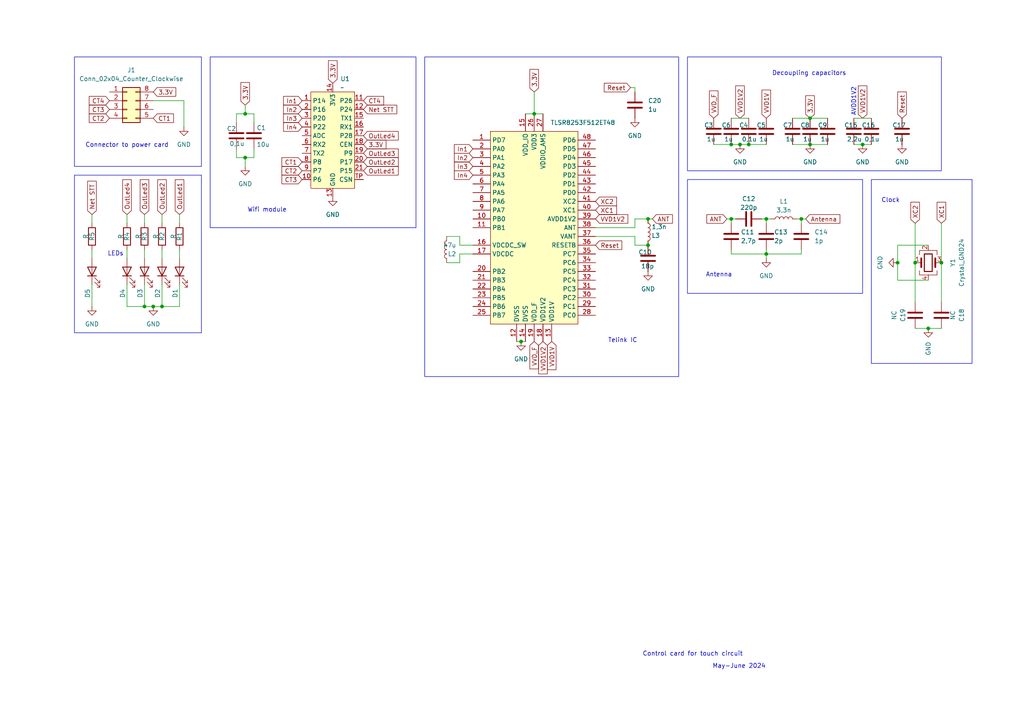
<source format=kicad_sch>
(kicad_sch (version 20231120) (generator "eeschema") (generator_version "8.0")
  (paper "A4")
  (lib_symbols
    (symbol "Connector_Generic:Conn_02x04_Counter_Clockwise" (pin_names (offset 1.016) hide)
      (property "Reference" "J" (at 1.27 5.08 0))
      (property "Value" "Conn_02x04_Counter_Clockwise" (at 1.27 -7.62 0))
      (symbol "Conn_02x04_Counter_Clockwise_1_1"
        (rectangle (start -1.27 -4.953) (end 0 -5.207) (stroke (width 0.1524)))
        (rectangle (start -1.27 -2.413) (end 0 -2.667) (stroke (width 0.1524)))
        (rectangle (start -1.27 0.127) (end 0 -0.127) (stroke (width 0.1524)))
        (rectangle (start -1.27 2.667) (end 0 2.413) (stroke (width 0.1524)))
        (rectangle (start -1.27 3.81) (end 3.81 -6.35) (stroke (width 0.254)) (fill (type background)))
        (rectangle (start 3.81 -4.953) (end 2.54 -5.207) (stroke (width 0.1524)))
        (rectangle (start 3.81 -2.413) (end 2.54 -2.667) (stroke (width 0.1524)))
        (rectangle (start 3.81 0.127) (end 2.54 -0.127) (stroke (width 0.1524)))
        (rectangle (start 3.81 2.667) (end 2.54 2.413) (stroke (width 0.1524)))
        (pin passive line (at -5.08 2.54 0) (length 3.81) (name "Pin_1") (number "1"))
        (pin passive line (at -5.08 0 0) (length 3.81) (name "Pin_2") (number "2"))
        (pin passive line (at -5.08 -2.54 0) (length 3.81) (name "Pin_3") (number "3"))
        (pin passive line (at -5.08 -5.08 0) (length 3.81) (name "Pin_4") (number "4"))
        (pin passive line (at 7.62 -5.08 180) (length 3.81) (name "Pin_5") (number "5"))
        (pin passive line (at 7.62 -2.54 180) (length 3.81) (name "Pin_6") (number "6"))
        (pin passive line (at 7.62 0 180) (length 3.81) (name "Pin_7") (number "7"))
        (pin passive line (at 7.62 2.54 180) (length 3.81) (name "Pin_8") (number "8"))
      )
    )
    (symbol "Device:C" (pin_numbers hide) (pin_names (offset 0.254))
      (property "Reference" "C" (at 0.635 2.54 0))
      (property "Value" "C" (at 0.635 -2.54 0))
      (symbol "C_0_1"
        (polyline (pts (xy -2.032 -0.762) (xy 2.032 -0.762)) (stroke (width 0.508)))
        (polyline (pts (xy -2.032 0.762) (xy 2.032 0.762)) (stroke (width 0.508)))
      )
      (symbol "C_1_1"
        (pin passive line (at 0 3.81 270) (length 2.794) (name "~") (number "1"))
        (pin passive line (at 0 -3.81 90) (length 2.794) (name "~") (number "2"))
      )
    )
    (symbol "Device:Crystal_GND24" (pin_names (offset 1.016) hide)
      (property "Reference" "Y" (at 3.175 5.08 0))
      (property "Value" "Crystal_GND24" (at 3.175 3.175 0))
      (symbol "Crystal_GND24_0_1"
        (rectangle (start -1.143 2.54) (end 1.143 -2.54) (stroke (width 0.3048)))
        (polyline (pts (xy -2.54 0) (xy -2.032 0)))
        (polyline (pts (xy -2.032 -1.27) (xy -2.032 1.27)) (stroke (width 0.508)))
        (polyline (pts (xy 0 -3.81) (xy 0 -3.556)))
        (polyline (pts (xy 0 3.556) (xy 0 3.81)))
        (polyline (pts (xy 2.032 -1.27) (xy 2.032 1.27)) (stroke (width 0.508)))
        (polyline (pts (xy 2.032 0) (xy 2.54 0)))
        (polyline (pts (xy -2.54 -2.286) (xy -2.54 -3.556) (xy 2.54 -3.556) (xy 2.54 -2.286)))
        (polyline (pts (xy -2.54 2.286) (xy -2.54 3.556) (xy 2.54 3.556) (xy 2.54 2.286)))
      )
      (symbol "Crystal_GND24_1_1"
        (pin passive line (at -3.81 0 0) (length 1.27) (name "1") (number "1"))
        (pin passive line (at 0 5.08 270) (length 1.27) (name "2") (number "2"))
        (pin passive line (at 3.81 0 180) (length 1.27) (name "3") (number "3"))
        (pin passive line (at 0 -5.08 90) (length 1.27) (name "4") (number "4"))
      )
    )
    (symbol "Device:L" (pin_numbers hide) (pin_names (offset 1.016) hide)
      (property "Reference" "L" (at -1.27 0 90))
      (property "Value" "L" (at 1.905 0 90))
      (symbol "L_0_1"
        (arc (start 0 -2.54) (mid 0.6323 -1.905) (end 0 -1.27))
        (arc (start 0 -1.27) (mid 0.6323 -0.635) (end 0 0))
        (arc (start 0 0) (mid 0.6323 0.635) (end 0 1.27))
        (arc (start 0 1.27) (mid 0.6323 1.905) (end 0 2.54))
      )
      (symbol "L_1_1"
        (pin passive line (at 0 3.81 270) (length 1.27) (name "1") (number "1"))
        (pin passive line (at 0 -3.81 90) (length 1.27) (name "2") (number "2"))
      )
    )
    (symbol "Device:LED" (pin_numbers hide) (pin_names (offset 1.016) hide)
      (property "Reference" "D" (at 0 2.54 0))
      (property "Value" "LED" (at 0 -2.54 0))
      (symbol "LED_0_1"
        (polyline (pts (xy -1.27 -1.27) (xy -1.27 1.27)) (stroke (width 0.254)))
        (polyline (pts (xy -1.27 0) (xy 1.27 0)))
        (polyline (pts (xy 1.27 -1.27) (xy 1.27 1.27) (xy -1.27 0) (xy 1.27 -1.27)) (stroke (width 0.254)))
        (polyline (pts (xy -3.048 -0.762) (xy -4.572 -2.286) (xy -3.81 -2.286) (xy -4.572 -2.286) (xy -4.572 -1.524)))
        (polyline (pts (xy -1.778 -0.762) (xy -3.302 -2.286) (xy -2.54 -2.286) (xy -3.302 -2.286) (xy -3.302 -1.524)))
      )
      (symbol "LED_1_1"
        (pin passive line (at -3.81 0 0) (length 2.54) (name "K") (number "1"))
        (pin passive line (at 3.81 0 180) (length 2.54) (name "A") (number "2"))
      )
    )
    (symbol "Device:R" (pin_numbers hide) (pin_names (offset 0))
      (property "Reference" "R" (at 2.032 0 90))
      (property "Value" "R" (at 0 0 90))
      (symbol "R_0_1"
        (rectangle (start -1.016 -2.54) (end 1.016 2.54) (stroke (width 0.254)))
      )
      (symbol "R_1_1"
        (pin passive line (at 0 3.81 270) (length 1.27) (name "~") (number "1"))
        (pin passive line (at 0 -3.81 90) (length 1.27) (name "~") (number "2"))
      )
    )
    (symbol "Touch_Switch_Custom:BK7231N"
      (property "Reference" "U" (at 0 8.382 0))
      (symbol "BK7231N_1_1"
        (rectangle (start -6.35 -1.27) (end 6.35 -29.21) (fill (type background)))
        (pin bidirectional line (at -8.89 -3.81 0) (length 2.54) (name "P14") (number "1"))
        (pin bidirectional line (at -8.89 -26.67 0) (length 2.54) (name "P6") (number "10"))
        (pin bidirectional line (at 8.89 -3.81 180) (length 2.54) (name "P26") (number "11"))
        (pin bidirectional line (at 8.89 -6.35 180) (length 2.54) (name "P24") (number "12"))
        (pin input line (at 0 -31.75 90) (length 2.54) (name "GND") (number "13"))
        (pin input line (at 0 1.27 270) (length 2.54) (name "3V3") (number "14"))
        (pin bidirectional line (at 8.89 -8.89 180) (length 2.54) (name "TX1") (number "15"))
        (pin bidirectional line (at 8.89 -11.43 180) (length 2.54) (name "RX1") (number "16"))
        (pin bidirectional line (at 8.89 -13.97 180) (length 2.54) (name "P28") (number "17"))
        (pin bidirectional line (at 8.89 -16.51 180) (length 2.54) (name "CEN") (number "18"))
        (pin bidirectional line (at 8.89 -19.05 180) (length 2.54) (name "P9") (number "19"))
        (pin bidirectional line (at -8.89 -6.35 0) (length 2.54) (name "P16") (number "2"))
        (pin bidirectional line (at 8.89 -21.59 180) (length 2.54) (name "P17") (number "20"))
        (pin bidirectional line (at 8.89 -24.13 180) (length 2.54) (name "P15") (number "21"))
        (pin bidirectional line (at -8.89 -8.89 0) (length 2.54) (name "P20") (number "3"))
        (pin bidirectional line (at -8.89 -11.43 0) (length 2.54) (name "P22") (number "4"))
        (pin bidirectional line (at -8.89 -13.97 0) (length 2.54) (name "ADC") (number "5"))
        (pin bidirectional line (at -8.89 -16.51 0) (length 2.54) (name "RX2") (number "6"))
        (pin bidirectional line (at -8.89 -19.05 0) (length 2.54) (name "TX2") (number "7"))
        (pin bidirectional line (at -8.89 -21.59 0) (length 2.54) (name "P8") (number "8"))
        (pin bidirectional line (at -8.89 -24.13 0) (length 2.54) (name "P7") (number "9"))
        (pin bidirectional line (at 8.89 -26.67 180) (length 2.54) (name "CSN") (number "TP"))
      )
    )
    (symbol "Touch_Switch_Custom:TLSR8253F512ET48"
      (property "Reference" "IC" (at -9.398 21.336 0))
      (property "Value" "TLSR8253F512ET48" (at -9.398 18.796 0))
      (symbol "TLSR8253F512ET48_1_1"
        (rectangle (start -12.7 0) (end 12.7 -55.88) (fill (type background)))
        (pin passive line (at -17.78 -2.54 0) (length 5.08) (name "PD7") (number "1"))
        (pin passive line (at -17.78 -25.4 0) (length 5.08) (name "PB0") (number "10"))
        (pin passive line (at -17.78 -27.94 0) (length 5.08) (name "PB1") (number "11"))
        (pin passive line (at -5.08 -60.96 90) (length 5.08) (name "DVSS") (number "12"))
        (pin passive line (at 5.08 -60.96 90) (length 5.08) (name "VDD1V") (number "13"))
        (pin passive line (at -2.54 -60.96 90) (length 5.08) (name "DVSS") (number "14"))
        (pin passive line (at -2.54 5.08 270) (length 5.08) (name "VDD_IO") (number "15"))
        (pin passive line (at -17.78 -33.02 0) (length 5.08) (name "VDCDC_SW") (number "16"))
        (pin passive line (at -17.78 -35.56 0) (length 5.08) (name "VDCDC") (number "17"))
        (pin passive line (at 2.54 -60.96 90) (length 5.08) (name "VDD1V2") (number "18"))
        (pin passive line (at 0 -60.96 90) (length 5.08) (name "VDD_F") (number "19"))
        (pin passive line (at -17.78 -5.08 0) (length 5.08) (name "PA0") (number "2"))
        (pin passive line (at -17.78 -40.64 0) (length 5.08) (name "PB2") (number "20"))
        (pin passive line (at -17.78 -43.18 0) (length 5.08) (name "PB3") (number "21"))
        (pin passive line (at -17.78 -45.72 0) (length 5.08) (name "PB4") (number "22"))
        (pin passive line (at -17.78 -48.26 0) (length 5.08) (name "PB5") (number "23"))
        (pin passive line (at -17.78 -50.8 0) (length 5.08) (name "PB6") (number "24"))
        (pin passive line (at -17.78 -53.34 0) (length 5.08) (name "PB7") (number "25"))
        (pin passive line (at 0 5.08 270) (length 5.08) (name "VDD3") (number "26"))
        (pin passive line (at 2.54 5.08 270) (length 5.08) (name "VDDIO_AMS") (number "27"))
        (pin passive line (at 17.78 -53.34 180) (length 5.08) (name "PC0") (number "28"))
        (pin passive line (at 17.78 -50.8 180) (length 5.08) (name "PC1") (number "29"))
        (pin passive line (at -17.78 -7.62 0) (length 5.08) (name "PA1") (number "3"))
        (pin passive line (at 17.78 -48.26 180) (length 5.08) (name "PC2") (number "30"))
        (pin passive line (at 17.78 -45.72 180) (length 5.08) (name "PC3") (number "31"))
        (pin passive line (at 17.78 -43.18 180) (length 5.08) (name "PC4") (number "32"))
        (pin passive line (at 17.78 -40.64 180) (length 5.08) (name "PC5") (number "33"))
        (pin passive line (at 17.78 -38.1 180) (length 5.08) (name "PC6") (number "34"))
        (pin passive line (at 17.78 -35.56 180) (length 5.08) (name "PC7") (number "35"))
        (pin passive line (at 17.78 -33.02 180) (length 5.08) (name "RESETB") (number "36"))
        (pin passive line (at 17.78 -30.48 180) (length 5.08) (name "VANT") (number "37"))
        (pin passive line (at 17.78 -27.94 180) (length 5.08) (name "ANT") (number "38"))
        (pin passive line (at 17.78 -25.4 180) (length 5.08) (name "AVDD1V2") (number "39"))
        (pin passive line (at -17.78 -10.16 0) (length 5.08) (name "PA2") (number "4"))
        (pin passive line (at 17.78 -22.86 180) (length 5.08) (name "XC1") (number "40"))
        (pin passive line (at 17.78 -20.32 180) (length 5.08) (name "XC2") (number "41"))
        (pin passive line (at 17.78 -17.78 180) (length 5.08) (name "PD0") (number "42"))
        (pin passive line (at 17.78 -15.24 180) (length 5.08) (name "PD1") (number "43"))
        (pin passive line (at 17.78 -12.7 180) (length 5.08) (name "PD2") (number "44"))
        (pin passive line (at 17.78 -10.16 180) (length 5.08) (name "PD3") (number "45"))
        (pin passive line (at 17.78 -7.62 180) (length 5.08) (name "PD4") (number "46"))
        (pin passive line (at 17.78 -5.08 180) (length 5.08) (name "PD5") (number "47"))
        (pin passive line (at 17.78 -2.54 180) (length 5.08) (name "PD6") (number "48"))
        (pin passive line (at -17.78 -12.7 0) (length 5.08) (name "PA3") (number "5"))
        (pin passive line (at -17.78 -15.24 0) (length 5.08) (name "PA4") (number "6"))
        (pin passive line (at -17.78 -17.78 0) (length 5.08) (name "PA5") (number "7"))
        (pin passive line (at -17.78 -20.32 0) (length 5.08) (name "PA6") (number "8"))
        (pin passive line (at -17.78 -22.86 0) (length 5.08) (name "PA7") (number "9"))
      )
    )
    (symbol "power:GND" (power) (pin_numbers hide) (pin_names (offset 0) hide)
      (property "Value" "GND" (at 0 -3.81 0))
      (symbol "GND_0_1"
        (polyline (pts (xy 0 0) (xy 0 -1.27) (xy 1.27 -1.27) (xy 0 -2.54) (xy -1.27 -1.27) (xy 0 -1.27)))
      )
      (symbol "GND_1_1"
        (pin power_in line (at 0 0 270) (length 0) (name "~") (number "1"))
      )
    )
  )
  (junction (at 273.05 76.2))
  (junction (at 212.09 63.5))
  (junction (at 151.13 99.06))
  (junction (at 41.91 88.9))
  (junction (at 260.35 76.2))
  (junction (at 234.95 34.29))
  (junction (at 71.12 33.02))
  (junction (at 46.99 88.9))
  (junction (at 222.25 63.5))
  (junction (at 187.96 63.5))
  (junction (at 214.63 41.91))
  (junction (at 212.09 41.91))
  (junction (at 217.17 41.91))
  (junction (at 71.12 45.72))
  (junction (at 234.95 41.91))
  (junction (at 222.25 73.66))
  (junction (at 232.41 63.5))
  (junction (at 269.24 95.25))
  (junction (at 250.19 41.91))
  (junction (at 154.94 33.02))
  (junction (at 44.45 88.9))
  (junction (at 265.43 76.2))
  (junction (at 187.96 71.12))
  (wire (pts (xy 71.12 45.72) (xy 71.12 48.26)))
  (wire (pts (xy 212.09 63.5) (xy 212.09 64.77)))
  (wire (pts (xy 41.91 88.9) (xy 44.45 88.9)))
  (wire (pts (xy 260.35 81.28) (xy 260.35 76.2)))
  (wire (pts (xy 207.01 41.91) (xy 212.09 41.91)))
  (wire (pts (xy 232.41 63.5) (xy 232.41 64.77)))
  (wire (pts (xy 41.91 82.55) (xy 41.91 88.9)))
  (wire (pts (xy 46.99 72.39) (xy 46.99 74.93)))
  (wire (pts (xy 36.83 82.55) (xy 36.83 88.9)))
  (wire (pts (xy 154.94 33.02) (xy 157.48 33.02)))
  (wire (pts (xy 26.67 72.39) (xy 26.67 74.93)))
  (wire (pts (xy 151.13 99.06) (xy 152.4 99.06)))
  (wire (pts (xy 212.09 41.91) (xy 214.63 41.91)))
  (wire (pts (xy 250.19 41.91) (xy 252.73 41.91)))
  (wire (pts (xy 220.98 63.5) (xy 222.25 63.5)))
  (wire (pts (xy 217.17 41.91) (xy 222.25 41.91)))
  (wire (pts (xy 212.09 63.5) (xy 213.36 63.5)))
  (wire (pts (xy 232.41 73.66) (xy 232.41 72.39)))
  (wire (pts (xy 231.14 63.5) (xy 232.41 63.5)))
  (wire (pts (xy 222.25 73.66) (xy 222.25 72.39)))
  (wire (pts (xy 172.72 68.58) (xy 184.15 68.58)))
  (wire (pts (xy 68.58 43.18) (xy 68.58 45.72)))
  (wire (pts (xy 232.41 73.66) (xy 222.25 73.66)))
  (wire (pts (xy 269.24 81.28) (xy 260.35 81.28)))
  (wire (pts (xy 46.99 88.9) (xy 52.07 88.9)))
  (wire (pts (xy 71.12 45.72) (xy 73.66 45.72)))
  (wire (pts (xy 212.09 34.29) (xy 217.17 34.29)))
  (wire (pts (xy 229.87 34.29) (xy 234.95 34.29)))
  (wire (pts (xy 184.15 66.04) (xy 184.15 63.5)))
  (wire (pts (xy 184.15 63.5) (xy 187.96 63.5)))
  (wire (pts (xy 265.43 76.2) (xy 265.43 87.63)))
  (wire (pts (xy 73.66 35.56) (xy 73.66 33.02)))
  (wire (pts (xy 222.25 73.66) (xy 222.25 74.93)))
  (wire (pts (xy 41.91 72.39) (xy 41.91 74.93)))
  (wire (pts (xy 44.45 29.21) (xy 53.34 29.21)))
  (wire (pts (xy 247.65 41.91) (xy 250.19 41.91)))
  (wire (pts (xy 133.35 68.58) (xy 129.54 68.58)))
  (wire (pts (xy 273.05 64.77) (xy 273.05 76.2)))
  (wire (pts (xy 71.12 30.48) (xy 71.12 33.02)))
  (wire (pts (xy 269.24 71.12) (xy 260.35 71.12)))
  (wire (pts (xy 36.83 72.39) (xy 36.83 74.93)))
  (wire (pts (xy 172.72 66.04) (xy 184.15 66.04)))
  (wire (pts (xy 71.12 33.02) (xy 68.58 33.02)))
  (wire (pts (xy 184.15 25.4) (xy 184.15 26.67)))
  (wire (pts (xy 73.66 33.02) (xy 71.12 33.02)))
  (wire (pts (xy 41.91 62.23) (xy 41.91 64.77)))
  (wire (pts (xy 222.25 63.5) (xy 222.25 64.77)))
  (wire (pts (xy 53.34 29.21) (xy 53.34 36.83)))
  (wire (pts (xy 260.35 71.12) (xy 260.35 76.2)))
  (wire (pts (xy 133.35 73.66) (xy 133.35 76.2)))
  (wire (pts (xy 273.05 95.25) (xy 269.24 95.25)))
  (wire (pts (xy 52.07 72.39) (xy 52.07 74.93)))
  (wire (pts (xy 273.05 76.2) (xy 273.05 87.63)))
  (wire (pts (xy 149.86 99.06) (xy 151.13 99.06)))
  (wire (pts (xy 222.25 63.5) (xy 223.52 63.5)))
  (wire (pts (xy 184.15 71.12) (xy 187.96 71.12)))
  (wire (pts (xy 189.23 63.5) (xy 187.96 63.5)))
  (wire (pts (xy 36.83 62.23) (xy 36.83 64.77)))
  (wire (pts (xy 184.15 68.58) (xy 184.15 71.12)))
  (wire (pts (xy 133.35 76.2) (xy 129.54 76.2)))
  (wire (pts (xy 36.83 88.9) (xy 41.91 88.9)))
  (wire (pts (xy 44.45 88.9) (xy 46.99 88.9)))
  (wire (pts (xy 210.82 63.5) (xy 212.09 63.5)))
  (wire (pts (xy 182.88 25.4) (xy 184.15 25.4)))
  (wire (pts (xy 229.87 41.91) (xy 234.95 41.91)))
  (wire (pts (xy 68.58 33.02) (xy 68.58 35.56)))
  (wire (pts (xy 247.65 34.29) (xy 252.73 34.29)))
  (wire (pts (xy 26.67 62.23) (xy 26.67 64.77)))
  (wire (pts (xy 46.99 62.23) (xy 46.99 64.77)))
  (wire (pts (xy 26.67 82.55) (xy 26.67 88.9)))
  (wire (pts (xy 46.99 82.55) (xy 46.99 88.9)))
  (wire (pts (xy 73.66 45.72) (xy 73.66 43.18)))
  (wire (pts (xy 234.95 34.29) (xy 240.03 34.29)))
  (wire (pts (xy 269.24 95.25) (xy 265.43 95.25)))
  (wire (pts (xy 152.4 33.02) (xy 154.94 33.02)))
  (wire (pts (xy 52.07 62.23) (xy 52.07 64.77)))
  (wire (pts (xy 52.07 88.9) (xy 52.07 82.55)))
  (wire (pts (xy 265.43 64.77) (xy 265.43 76.2)))
  (wire (pts (xy 212.09 73.66) (xy 222.25 73.66)))
  (wire (pts (xy 68.58 45.72) (xy 71.12 45.72)))
  (wire (pts (xy 234.95 41.91) (xy 240.03 41.91)))
  (wire (pts (xy 137.16 73.66) (xy 133.35 73.66)))
  (wire (pts (xy 212.09 72.39) (xy 212.09 73.66)))
  (wire (pts (xy 232.41 63.5) (xy 233.68 63.5)))
  (wire (pts (xy 154.94 26.67) (xy 154.94 33.02)))
  (wire (pts (xy 133.35 71.12) (xy 133.35 68.58)))
  (wire (pts (xy 214.63 41.91) (xy 217.17 41.91)))
  (wire (pts (xy 137.16 71.12) (xy 133.35 71.12)))
  (rectangle (start 252.73 52.07) (end 281.94 105.41))
  (rectangle (start 21.59 50.8) (end 58.42 96.52))
  (rectangle (start 199.39 16.51) (end 273.05 49.53))
  (rectangle (start 123.19 16.51) (end 196.85 109.22))
  (rectangle (start 60.96 16.51) (end 120.65 66.04))
  (rectangle (start 21.59 16.51) (end 58.42 48.26))
  (rectangle (start 199.39 52.07) (end 250.19 85.09))
  (text "Connector to power card" (at 36.83 42.164 0) (effects (font (size 1.27 1.27))))
  (text "Wifi module" (at 77.47 60.96 0) (effects (font (size 1.27 1.27))))
  (text "LEDs" (at 33.528 73.66 0) (effects (font (size 1.27 1.27))))
  (text "Decoupling capacitors" (at 234.696 21.336 0) (effects (font (size 1.27 1.27))))
  (text "May-June 2024" (at 214.376 193.294 0) (effects (font (size 1.27 1.27))))
  (text "Control card for touch circuit" (at 200.914 189.738 0) (effects (font (size 1.27 1.27))))
  (text "Antenna" (at 208.534 79.756 0) (effects (font (size 1.27 1.27))))
  (text "Telink IC" (at 180.594 98.806 0) (effects (font (size 1.27 1.27))))
  (text "Clock" (at 258.318 58.166 0) (effects (font (size 1.27 1.27))))
  (text "AVDD1V2" (at 247.65 29.464 90) (effects (font (size 1.27 1.27))))
  (global_label "OutLed4" (shape input) (at 105.41 39.37 0) (property "Intersheetrefs" "${INTERSHEET_REFS}" (effects (hide yes))))
  (global_label "3.3V" (shape input) (at 71.12 30.48 90) (property "Intersheetrefs" "${INTERSHEET_REFS}" (effects (hide yes))))
  (global_label "XC2" (shape input) (at 265.43 64.77 90) (property "Intersheetrefs" "${INTERSHEET_REFS}" (effects (hide yes))))
  (global_label "CT3" (shape input) (at 31.75 31.75 180) (property "Intersheetrefs" "${INTERSHEET_REFS}" (effects (hide yes))))
  (global_label "Net STT" (shape input) (at 105.41 31.75 0) (property "Intersheetrefs" "${INTERSHEET_REFS}" (effects (hide yes))))
  (global_label "OutLed4" (shape input) (at 36.83 62.23 90) (property "Intersheetrefs" "${INTERSHEET_REFS}" (effects (hide yes))))
  (global_label "ANT" (shape input) (at 210.82 63.5 180) (property "Intersheetrefs" "${INTERSHEET_REFS}" (effects (hide yes))))
  (global_label "OutLed1" (shape input) (at 105.41 49.53 0) (property "Intersheetrefs" "${INTERSHEET_REFS}" (effects (hide yes))))
  (global_label "In1" (shape input) (at 137.16 43.18 180) (property "Intersheetrefs" "${INTERSHEET_REFS}" (effects (hide yes))))
  (global_label "OutLed2" (shape input) (at 46.99 62.23 90) (property "Intersheetrefs" "${INTERSHEET_REFS}" (effects (hide yes))))
  (global_label "CT4" (shape input) (at 105.41 29.21 0) (property "Intersheetrefs" "${INTERSHEET_REFS}" (effects (hide yes))))
  (global_label "In3" (shape input) (at 137.16 48.26 180) (property "Intersheetrefs" "${INTERSHEET_REFS}" (effects (hide yes))))
  (global_label "OutLed3" (shape input) (at 41.91 62.23 90) (property "Intersheetrefs" "${INTERSHEET_REFS}" (effects (hide yes))))
  (global_label "VVD1V2" (shape input) (at 214.63 34.29 90) (property "Intersheetrefs" "${INTERSHEET_REFS}" (effects (hide yes))))
  (global_label "Antenna" (shape input) (at 233.68 63.5 0) (property "Intersheetrefs" "${INTERSHEET_REFS}" (effects (hide yes))))
  (global_label "VVD1V2" (shape input) (at 250.19 34.29 90) (property "Intersheetrefs" "${INTERSHEET_REFS}" (effects (hide yes))))
  (global_label "In1" (shape input) (at 87.63 29.21 180) (property "Intersheetrefs" "${INTERSHEET_REFS}" (effects (hide yes))))
  (global_label "In4" (shape input) (at 137.16 50.8 180) (property "Intersheetrefs" "${INTERSHEET_REFS}" (effects (hide yes))))
  (global_label "In4" (shape input) (at 87.63 36.83 180) (property "Intersheetrefs" "${INTERSHEET_REFS}" (effects (hide yes))))
  (global_label "XC1" (shape input) (at 172.72 60.96 0) (property "Intersheetrefs" "${INTERSHEET_REFS}" (effects (hide yes))))
  (global_label "3.3V" (shape input) (at 234.95 34.29 90) (property "Intersheetrefs" "${INTERSHEET_REFS}" (effects (hide yes))))
  (global_label "VVD_F" (shape input) (at 154.94 99.06 270) (property "Intersheetrefs" "${INTERSHEET_REFS}" (effects (hide yes))))
  (global_label "CT2" (shape input) (at 87.63 49.53 180) (property "Intersheetrefs" "${INTERSHEET_REFS}" (effects (hide yes))))
  (global_label "Reset" (shape input) (at 172.72 71.12 0) (property "Intersheetrefs" "${INTERSHEET_REFS}" (effects (hide yes))))
  (global_label "CT4" (shape input) (at 31.75 29.21 180) (property "Intersheetrefs" "${INTERSHEET_REFS}" (effects (hide yes))))
  (global_label "OutLed2" (shape input) (at 105.41 46.99 0) (property "Intersheetrefs" "${INTERSHEET_REFS}" (effects (hide yes))))
  (global_label "In2" (shape input) (at 87.63 31.75 180) (property "Intersheetrefs" "${INTERSHEET_REFS}" (effects (hide yes))))
  (global_label "CT1" (shape input) (at 44.45 34.29 0) (property "Intersheetrefs" "${INTERSHEET_REFS}" (effects (hide yes))))
  (global_label "VVD1V2" (shape input) (at 172.72 63.5 0) (property "Intersheetrefs" "${INTERSHEET_REFS}" (effects (hide yes))))
  (global_label "Net STT" (shape input) (at 26.67 62.23 90) (property "Intersheetrefs" "${INTERSHEET_REFS}" (effects (hide yes))))
  (global_label "CT2" (shape input) (at 31.75 34.29 180) (property "Intersheetrefs" "${INTERSHEET_REFS}" (effects (hide yes))))
  (global_label "XC1" (shape input) (at 273.05 64.77 90) (property "Intersheetrefs" "${INTERSHEET_REFS}" (effects (hide yes))))
  (global_label "XC2" (shape input) (at 172.72 58.42 0) (property "Intersheetrefs" "${INTERSHEET_REFS}" (effects (hide yes))))
  (global_label "OutLed3" (shape input) (at 105.41 44.45 0) (property "Intersheetrefs" "${INTERSHEET_REFS}" (effects (hide yes))))
  (global_label "CT3" (shape input) (at 87.63 52.07 180) (property "Intersheetrefs" "${INTERSHEET_REFS}" (effects (hide yes))))
  (global_label "CT1" (shape input) (at 87.63 46.99 180) (property "Intersheetrefs" "${INTERSHEET_REFS}" (effects (hide yes))))
  (global_label "3.3V" (shape input) (at 154.94 26.67 90) (property "Intersheetrefs" "${INTERSHEET_REFS}" (effects (hide yes))))
  (global_label "Reset" (shape input) (at 261.62 34.29 90) (property "Intersheetrefs" "${INTERSHEET_REFS}" (effects (hide yes))))
  (global_label "OutLed1" (shape input) (at 52.07 62.23 90) (property "Intersheetrefs" "${INTERSHEET_REFS}" (effects (hide yes))))
  (global_label "ANT" (shape input) (at 189.23 63.5 0) (property "Intersheetrefs" "${INTERSHEET_REFS}" (effects (hide yes))))
  (global_label "In3" (shape input) (at 87.63 34.29 180) (property "Intersheetrefs" "${INTERSHEET_REFS}" (effects (hide yes))))
  (global_label "Reset" (shape input) (at 182.88 25.4 180) (property "Intersheetrefs" "${INTERSHEET_REFS}" (effects (hide yes))))
  (global_label "3.3V" (shape input) (at 96.52 24.13 90) (property "Intersheetrefs" "${INTERSHEET_REFS}" (effects (hide yes))))
  (global_label "3.3V" (shape input) (at 44.45 26.67 0) (property "Intersheetrefs" "${INTERSHEET_REFS}" (effects (hide yes))))
  (global_label "In2" (shape input) (at 137.16 45.72 180) (property "Intersheetrefs" "${INTERSHEET_REFS}" (effects (hide yes))))
  (global_label "VVD1V" (shape input) (at 160.02 99.06 270) (property "Intersheetrefs" "${INTERSHEET_REFS}" (effects (hide yes))))
  (global_label "VVD1V" (shape input) (at 222.25 34.29 90) (property "Intersheetrefs" "${INTERSHEET_REFS}" (effects (hide yes))))
  (global_label "VVD_F" (shape input) (at 207.01 34.29 90) (property "Intersheetrefs" "${INTERSHEET_REFS}" (effects (hide yes))))
  (global_label "3.3V" (shape input) (at 105.41 41.91 0) (property "Intersheetrefs" "${INTERSHEET_REFS}" (effects (hide yes))))
  (global_label "VVD1V2" (shape input) (at 157.48 99.06 270) (property "Intersheetrefs" "${INTERSHEET_REFS}" (effects (hide yes))))
  (symbol (lib_id "Device:C") (at 240.03 38.1 0) (unit 1)
    (property "Reference" "C9" (at 237.236 36.322 0) (effects (justify left)))
    (property "Value" "1u" (at 237.998 40.386 0) (effects (justify left)))
    (property "Footprint" "Capacitor_SMD:C_0402_1005Metric" (effects (hide yes)))
    (property "Description" "Unpolarized capacitor" (effects (hide yes)))
  )
  (symbol (lib_id "Device:C") (at 73.66 39.37 0) (unit 1)
    (property "Reference" "C1" (at 74.422 37.084 0) (effects (justify left)))
    (property "Value" "10u" (at 74.422 41.91 0) (effects (justify left)))
    (property "Description" "Unpolarized capacitor" (effects (hide yes)))
  )
  (symbol (lib_id "Device:L") (at 187.96 67.31 0) (mirror x) (unit 1)
    (property "Reference" "L3" (at 188.976 68.326 0) (effects (justify left)))
    (property "Value" "1,3n" (at 188.976 65.786 0) (effects (justify left)))
    (property "Footprint" "Inductor_SMD:L_0402_1005Metric" (effects (hide yes)))
    (property "Description" "Inductor" (effects (hide yes)))
  )
  (symbol (lib_id "Device:LED") (at 46.99 78.74 90) (unit 1)
    (property "Reference" "D2" (at 45.72 85.09 0))
    (property "Value" "LED" (effects (hide yes)))
    (property "Description" "Light emitting diode" (effects (hide yes)))
  )
  (symbol (lib_id "Device:R") (at 36.83 68.58 0) (unit 1)
    (property "Reference" "R4" (at 36.83 68.58 90))
    (property "Value" "R" (at 35.052 68.58 90))
    (property "Description" "Resistor" (effects (hide yes)))
  )
  (symbol (lib_id "Device:C") (at 273.05 91.44 0) (unit 1)
    (property "Reference" "C18" (at 278.892 91.44 90))
    (property "Value" "NC" (at 276.352 91.44 90))
    (property "Footprint" "Capacitor_SMD:C_0402_1005Metric" (effects (hide yes)))
    (property "Description" "Unpolarized capacitor" (effects (hide yes)))
  )
  (symbol (lib_id "Device:R") (at 46.99 68.58 0) (unit 1)
    (property "Reference" "R2" (at 46.99 68.58 90))
    (property "Value" "R" (at 45.212 68.58 90))
    (property "Description" "Resistor" (effects (hide yes)))
  )
  (symbol (lib_id "Device:LED") (at 36.83 78.74 90) (unit 1)
    (property "Reference" "D4" (at 35.56 85.09 0))
    (property "Value" "LED" (effects (hide yes)))
    (property "Description" "Light emitting diode" (effects (hide yes)))
  )
  (symbol (lib_id "Connector_Generic:Conn_02x04_Counter_Clockwise") (at 36.83 29.21 0) (unit 1)
    (property "Reference" "J1" (at 38.1 20.32 0))
    (property "Value" "Conn_02x04_Counter_Clockwise" (at 38.1 22.86 0))
    (property "Footprint" "Connector_PinHeader_2.54mm:PinHeader_2x04_P2.54mm_Vertical" (effects (hide yes)))
    (property "Description" "Generic connector, double row, 02x04, counter clockwise pin numbering scheme (similar to DIP package numbering), script generated (kicad-library-utils/schlib/autogen/connector/)" (effects (hide yes)))
  )
  (symbol (lib_id "power:GND") (at 71.12 48.26 0) (unit 1)
    (property "Reference" "#PWR03" (effects (hide yes)))
    (property "Value" "GND" (at 71.12 53.34 0))
    (property "Description" "Power symbol creates a global label with name \"GND\" , ground" (effects (hide yes)))
  )
  (symbol (lib_id "power:GND") (at 260.35 76.2 270) (unit 1)
    (property "Reference" "#PWR011" (effects (hide yes)))
    (property "Value" "GND" (at 255.27 76.2 0))
    (property "Description" "Power symbol creates a global label with name \"GND\" , ground" (effects (hide yes)))
  )
  (symbol (lib_id "power:GND") (at 222.25 74.93 0) (unit 1)
    (property "Reference" "#PWR08" (effects (hide yes)))
    (property "Value" "GND" (at 222.25 80.01 0))
    (property "Description" "Power symbol creates a global label with name \"GND\" , ground" (effects (hide yes)))
  )
  (symbol (lib_id "Device:R") (at 52.07 68.58 0) (unit 1)
    (property "Reference" "R1" (at 52.07 68.58 90))
    (property "Value" "R" (at 50.292 68.58 90))
    (property "Description" "Resistor" (effects (hide yes)))
  )
  (symbol (lib_id "Device:L") (at 129.54 72.39 180) (unit 1)
    (property "Reference" "L2" (at 132.334 73.66 0) (effects (justify left)))
    (property "Value" "47u" (at 132.334 71.12 0) (effects (justify left)))
    (property "Footprint" "Inductor_SMD:L_0805_2012Metric" (effects (hide yes)))
    (property "Description" "Inductor" (effects (hide yes)))
  )
  (symbol (lib_id "Device:C") (at 234.95 38.1 0) (unit 1)
    (property "Reference" "C8" (at 232.156 36.322 0) (effects (justify left)))
    (property "Value" "1u" (at 232.918 40.386 0) (effects (justify left)))
    (property "Footprint" "Capacitor_SMD:C_0402_1005Metric" (effects (hide yes)))
    (property "Description" "Unpolarized capacitor" (effects (hide yes)))
  )
  (symbol (lib_id "Device:R") (at 41.91 68.58 0) (unit 1)
    (property "Reference" "R3" (at 41.91 68.58 90))
    (property "Value" "R" (at 40.132 68.58 90))
    (property "Description" "Resistor" (effects (hide yes)))
  )
  (symbol (lib_id "Device:C") (at 252.73 38.1 0) (unit 1)
    (property "Reference" "C16" (at 249.936 36.322 0) (effects (justify left)))
    (property "Value" "0,1u" (at 250.698 40.386 0) (effects (justify left)))
    (property "Footprint" "Capacitor_SMD:C_0402_1005Metric" (effects (hide yes)))
    (property "Description" "Unpolarized capacitor" (effects (hide yes)))
  )
  (symbol (lib_id "Device:C") (at 217.17 63.5 90) (unit 1)
    (property "Reference" "C12" (at 217.17 57.658 90))
    (property "Value" "220p" (at 217.17 60.198 90))
    (property "Footprint" "Capacitor_SMD:C_0402_1005Metric" (effects (hide yes)))
    (property "Description" "Unpolarized capacitor" (effects (hide yes)))
  )
  (symbol (lib_id "Touch_Switch_Custom:BK7231N") (at 96.52 25.4 0) (unit 1)
    (property "Reference" "U1" (at 98.7141 22.86 0) (effects (justify left)))
    (property "Value" "~" (at 98.7141 25.4 0) (effects (justify left)))
    (property "Footprint" "Touch_Switch_Custom:BK7231N" (effects (hide yes)))
  )
  (symbol (lib_id "Device:LED") (at 52.07 78.74 90) (unit 1)
    (property "Reference" "D1" (at 50.8 85.09 0))
    (property "Value" "LED" (effects (hide yes)))
    (property "Description" "Light emitting diode" (effects (hide yes)))
  )
  (symbol (lib_id "Device:C") (at 212.09 68.58 0) (unit 1)
    (property "Reference" "C11" (at 214.884 67.31 0) (effects (justify left)))
    (property "Value" "2,7p" (at 214.884 69.85 0) (effects (justify left)))
    (property "Footprint" "Capacitor_SMD:C_0402_1005Metric" (effects (hide yes)))
    (property "Description" "Unpolarized capacitor" (effects (hide yes)))
  )
  (symbol (lib_id "Device:C") (at 261.62 38.1 0) (unit 1)
    (property "Reference" "C17" (at 258.826 36.322 0) (effects (justify left)))
    (property "Value" "1u" (at 259.588 40.386 0) (effects (justify left)))
    (property "Footprint" "Capacitor_SMD:C_0402_1005Metric" (effects (hide yes)))
    (property "Description" "Unpolarized capacitor" (effects (hide yes)))
  )
  (symbol (lib_id "power:GND") (at 53.34 36.83 0) (unit 1)
    (property "Reference" "#PWR01" (effects (hide yes)))
    (property "Value" "GND" (at 53.34 41.91 0))
    (property "Description" "Power symbol creates a global label with name \"GND\" , ground" (effects (hide yes)))
  )
  (symbol (lib_id "Device:C") (at 222.25 68.58 0) (unit 1)
    (property "Reference" "C13" (at 224.536 67.31 0) (effects (justify left)))
    (property "Value" "2p" (at 224.536 69.85 0) (effects (justify left)))
    (property "Footprint" "Capacitor_SMD:C_0402_1005Metric" (effects (hide yes)))
    (property "Description" "Unpolarized capacitor" (effects (hide yes)))
  )
  (symbol (lib_id "power:GND") (at 44.45 88.9 0) (unit 1)
    (property "Reference" "#PWR014" (effects (hide yes)))
    (property "Value" "GND" (at 44.45 93.98 0))
    (property "Description" "Power symbol creates a global label with name \"GND\" , ground" (effects (hide yes)))
  )
  (symbol (lib_id "power:GND") (at 26.67 88.9 0) (unit 1)
    (property "Reference" "#PWR015" (effects (hide yes)))
    (property "Value" "GND" (at 26.67 93.98 0))
    (property "Description" "Power symbol creates a global label with name \"GND\" , ground" (effects (hide yes)))
  )
  (symbol (lib_id "power:GND") (at 184.15 34.29 0) (unit 1)
    (property "Reference" "#PWR013" (effects (hide yes)))
    (property "Value" "GND" (at 184.15 39.37 0))
    (property "Description" "Power symbol creates a global label with name \"GND\" , ground" (effects (hide yes)))
  )
  (symbol (lib_id "Device:C") (at 184.15 30.48 0) (unit 1)
    (property "Reference" "C20" (at 187.96 29.2099 0) (effects (justify left)))
    (property "Value" "1u" (at 187.96 31.7499 0) (effects (justify left)))
    (property "Footprint" "Capacitor_SMD:C_0402_1005Metric" (effects (hide yes)))
    (property "Description" "Unpolarized capacitor" (effects (hide yes)))
  )
  (symbol (lib_id "Device:C") (at 265.43 91.44 0) (unit 1)
    (property "Reference" "C19" (at 261.874 91.44 90))
    (property "Value" "NC" (at 259.334 91.44 90))
    (property "Footprint" "Capacitor_SMD:C_0402_1005Metric" (effects (hide yes)))
    (property "Description" "Unpolarized capacitor" (effects (hide yes)))
  )
  (symbol (lib_id "power:GND") (at 214.63 41.91 0) (unit 1)
    (property "Reference" "#PWR05" (effects (hide yes)))
    (property "Value" "GND" (at 214.63 46.99 0))
    (property "Description" "Power symbol creates a global label with name \"GND\" , ground" (effects (hide yes)))
  )
  (symbol (lib_id "Touch_Switch_Custom:TLSR8253F512ET48") (at 154.94 38.1 0) (unit 1)
    (property "Reference" "IC1" (effects (hide yes)))
    (property "Value" "TLSR8253F512ET48" (at 159.6741 35.56 0) (effects (justify left)))
    (property "Footprint" "Package_DFN_QFN:QFN-48-1EP_7x7mm_P0.5mm_EP5.6x5.6mm_ThermalVias" (effects (hide yes)))
    (property "Datasheet" "http://wiki.telink-semi.cn/doc/ds/DS_TLSR8253-E_Datasheet%20for%20Telink%20BLE+IEEE802.15.4%20Multi-Standard%20Wireless%20SoC%20TLSR8253.pdf" (effects (hide yes)))
    (property "Description" "RF System on a Chip - SoC BLE 5.0, AoA/Tx, BLE Mesh, RF4CE, 32 pin QFN" (effects (hide yes)))
    (property "Height" "0.8" (effects (hide yes)))
    (property "Mouser Part Number" "141-TLSR8253F512ET32" (effects (hide yes)))
    (property "Mouser Price/Stock" "https://www.mouser.co.uk/ProductDetail/Telink/TLSR8253F512ET32?qs=81r%252BiQLm7BRgXXGiznSCyw%3D%3D" (effects (hide yes)))
    (property "Manufacturer_Name" "TELINK" (effects (hide yes)))
    (property "Manufacturer_Part_Number" "TLSR8253F512ET32" (effects (hide yes)))
  )
  (symbol (lib_id "Device:C") (at 232.41 68.58 0) (unit 1)
    (property "Reference" "C14" (at 236.22 67.3099 0) (effects (justify left)))
    (property "Value" "1p" (at 236.22 69.8499 0) (effects (justify left)))
    (property "Footprint" "Capacitor_SMD:C_0402_1005Metric" (effects (hide yes)))
    (property "Description" "Unpolarized capacitor" (effects (hide yes)))
  )
  (symbol (lib_id "power:GND") (at 261.62 41.91 0) (unit 1)
    (property "Reference" "#PWR010" (effects (hide yes)))
    (property "Value" "GND" (at 261.62 46.99 0))
    (property "Description" "Power symbol creates a global label with name \"GND\" , ground" (effects (hide yes)))
  )
  (symbol (lib_id "power:GND") (at 187.96 78.74 0) (unit 1)
    (property "Reference" "#PWR07" (effects (hide yes)))
    (property "Value" "GND" (at 187.96 83.82 0))
    (property "Description" "Power symbol creates a global label with name \"GND\" , ground" (effects (hide yes)))
  )
  (symbol (lib_id "Device:LED") (at 41.91 78.74 90) (unit 1)
    (property "Reference" "D3" (at 40.64 85.09 0))
    (property "Value" "LED" (effects (hide yes)))
    (property "Description" "Light emitting diode" (effects (hide yes)))
  )
  (symbol (lib_id "Device:L") (at 227.33 63.5 90) (unit 1)
    (property "Reference" "L1" (at 227.33 58.42 90))
    (property "Value" "3,3n" (at 227.33 60.96 90))
    (property "Footprint" "Inductor_SMD:L_0402_1005Metric" (effects (hide yes)))
    (property "Description" "Inductor" (effects (hide yes)))
  )
  (symbol (lib_id "Device:C") (at 247.65 38.1 0) (unit 1)
    (property "Reference" "C15" (at 244.856 36.322 0) (effects (justify left)))
    (property "Value" "2,2u" (at 245.618 40.386 0) (effects (justify left)))
    (property "Footprint" "Capacitor_SMD:C_0402_1005Metric" (effects (hide yes)))
    (property "Description" "Unpolarized capacitor" (effects (hide yes)))
  )
  (symbol (lib_id "Device:C") (at 222.25 38.1 0) (unit 1)
    (property "Reference" "C5" (at 219.456 36.322 0) (effects (justify left)))
    (property "Value" "1u" (at 220.218 40.386 0) (effects (justify left)))
    (property "Footprint" "Capacitor_SMD:C_0402_1005Metric" (effects (hide yes)))
    (property "Description" "Unpolarized capacitor" (effects (hide yes)))
  )
  (symbol (lib_id "Device:R") (at 26.67 68.58 0) (unit 1)
    (property "Reference" "R5" (at 26.67 68.58 90))
    (property "Value" "R" (at 24.892 68.58 90))
    (property "Description" "Resistor" (effects (hide yes)))
  )
  (symbol (lib_id "power:GND") (at 269.24 95.25 0) (unit 1)
    (property "Reference" "#PWR012" (effects (hide yes)))
    (property "Value" "GND" (at 269.2401 99.06 90) (effects (justify right)))
    (property "Description" "Power symbol creates a global label with name \"GND\" , ground" (effects (hide yes)))
  )
  (symbol (lib_id "Device:C") (at 229.87 38.1 0) (unit 1)
    (property "Reference" "C7" (at 227.076 36.322 0) (effects (justify left)))
    (property "Value" "1u" (at 227.838 40.386 0) (effects (justify left)))
    (property "Footprint" "Capacitor_SMD:C_0402_1005Metric" (effects (hide yes)))
    (property "Description" "Unpolarized capacitor" (effects (hide yes)))
  )
  (symbol (lib_id "Device:C") (at 207.01 38.1 0) (unit 1)
    (property "Reference" "C3" (at 204.216 36.322 0) (effects (justify left)))
    (property "Value" "1u" (at 204.978 40.386 0) (effects (justify left)))
    (property "Footprint" "Capacitor_SMD:C_0402_1005Metric" (effects (hide yes)))
    (property "Description" "Unpolarized capacitor" (effects (hide yes)))
  )
  (symbol (lib_id "Device:C") (at 187.96 74.93 0) (unit 1)
    (property "Reference" "C10" (at 185.166 73.152 0) (effects (justify left)))
    (property "Value" "18p" (at 185.928 77.216 0) (effects (justify left)))
    (property "Footprint" "Capacitor_SMD:C_0402_1005Metric" (effects (hide yes)))
    (property "Description" "Unpolarized capacitor" (effects (hide yes)))
  )
  (symbol (lib_id "Device:C") (at 212.09 38.1 0) (unit 1)
    (property "Reference" "C6" (at 209.296 36.322 0) (effects (justify left)))
    (property "Value" "1u" (at 210.058 40.386 0) (effects (justify left)))
    (property "Footprint" "Capacitor_SMD:C_0402_1005Metric" (effects (hide yes)))
    (property "Description" "Unpolarized capacitor" (effects (hide yes)))
  )
  (symbol (lib_id "power:GND") (at 234.95 41.91 0) (unit 1)
    (property "Reference" "#PWR06" (effects (hide yes)))
    (property "Value" "GND" (at 234.95 46.99 0))
    (property "Description" "Power symbol creates a global label with name \"GND\" , ground" (effects (hide yes)))
  )
  (symbol (lib_id "power:GND") (at 96.52 57.15 0) (unit 1)
    (property "Reference" "#PWR02" (effects (hide yes)))
    (property "Value" "GND" (at 96.52 62.23 0))
    (property "Description" "Power symbol creates a global label with name \"GND\" , ground" (effects (hide yes)))
  )
  (symbol (lib_id "Device:LED") (at 26.67 78.74 90) (unit 1)
    (property "Reference" "D5" (at 25.4 85.09 0))
    (property "Value" "LED" (effects (hide yes)))
    (property "Description" "Light emitting diode" (effects (hide yes)))
  )
  (symbol (lib_id "power:GND") (at 250.19 41.91 0) (unit 1)
    (property "Reference" "#PWR09" (effects (hide yes)))
    (property "Value" "GND" (at 250.19 46.99 0))
    (property "Description" "Power symbol creates a global label with name \"GND\" , ground" (effects (hide yes)))
  )
  (symbol (lib_id "power:GND") (at 151.13 99.06 0) (unit 1)
    (property "Reference" "#PWR04" (effects (hide yes)))
    (property "Value" "GND" (at 151.13 104.14 0))
    (property "Description" "Power symbol creates a global label with name \"GND\" , ground" (effects (hide yes)))
  )
  (symbol (lib_id "Device:C") (at 68.58 39.37 0) (unit 1)
    (property "Reference" "C2" (at 65.786 37.338 0) (effects (justify left)))
    (property "Value" "0,1u" (at 66.548 41.656 0) (effects (justify left)))
    (property "Description" "Unpolarized capacitor" (effects (hide yes)))
  )
  (symbol (lib_id "Device:Crystal_GND24") (at 269.24 76.2 0) (unit 1)
    (property "Reference" "Y1" (at 276.352 76.2 90))
    (property "Value" "Crystal_GND24" (at 278.892 76.2 90))
    (property "Footprint" "Touch_Switch_Custom:Crystal" (effects (hide yes)))
    (property "Description" "Four pin crystal, GND on pins 2 and 4" (effects (hide yes)))
  )
  (symbol (lib_id "Device:C") (at 217.17 38.1 0) (unit 1)
    (property "Reference" "C4" (at 214.376 36.322 0) (effects (justify left)))
    (property "Value" "0,1u" (at 215.138 40.386 0) (effects (justify left)))
    (property "Footprint" "Capacitor_SMD:C_0402_1005Metric" (effects (hide yes)))
    (property "Description" "Unpolarized capacitor" (effects (hide yes)))
  )
)
</source>
